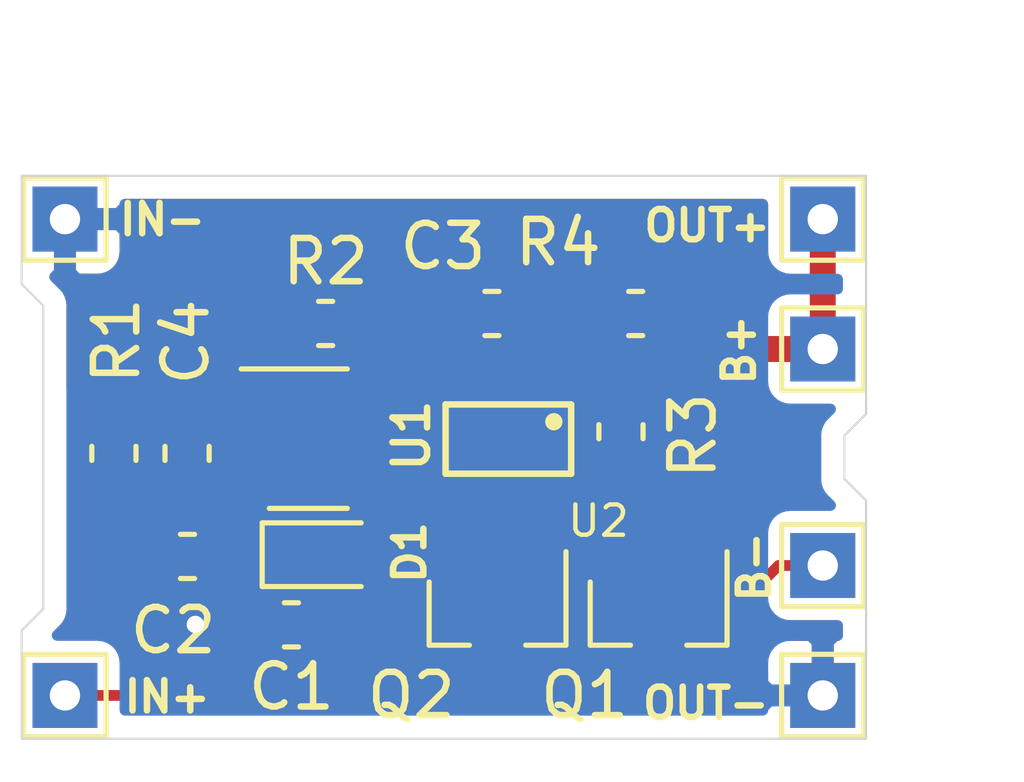
<source format=kicad_pcb>
(kicad_pcb (version 20171130) (host pcbnew "(5.1.6)-1")

  (general
    (thickness 1.6)
    (drawings 20)
    (tracks 76)
    (zones 0)
    (modules 20)
    (nets 14)
  )

  (page A4)
  (layers
    (0 F.Cu signal)
    (31 B.Cu signal)
    (32 B.Adhes user)
    (33 F.Adhes user)
    (34 B.Paste user)
    (35 F.Paste user)
    (36 B.SilkS user)
    (37 F.SilkS user)
    (38 B.Mask user)
    (39 F.Mask user)
    (40 Dwgs.User user)
    (41 Cmts.User user)
    (42 Eco1.User user)
    (43 Eco2.User user)
    (44 Edge.Cuts user)
    (45 Margin user)
    (46 B.CrtYd user)
    (47 F.CrtYd user)
    (48 B.Fab user hide)
    (49 F.Fab user hide)
  )

  (setup
    (last_trace_width 0.25)
    (trace_clearance 0.2)
    (zone_clearance 0.508)
    (zone_45_only no)
    (trace_min 0.2)
    (via_size 0.8)
    (via_drill 0.4)
    (via_min_size 0.4)
    (via_min_drill 0.3)
    (uvia_size 0.3)
    (uvia_drill 0.1)
    (uvias_allowed no)
    (uvia_min_size 0.2)
    (uvia_min_drill 0.1)
    (edge_width 0.05)
    (segment_width 0.2)
    (pcb_text_width 0.3)
    (pcb_text_size 1.5 1.5)
    (mod_edge_width 0.12)
    (mod_text_size 1 1)
    (mod_text_width 0.15)
    (pad_size 1.524 1.524)
    (pad_drill 0.762)
    (pad_to_mask_clearance 0.05)
    (aux_axis_origin 0 0)
    (visible_elements 7FFFFFFF)
    (pcbplotparams
      (layerselection 0x010fc_ffffffff)
      (usegerberextensions false)
      (usegerberattributes true)
      (usegerberadvancedattributes true)
      (creategerberjobfile true)
      (excludeedgelayer true)
      (linewidth 0.100000)
      (plotframeref false)
      (viasonmask false)
      (mode 1)
      (useauxorigin false)
      (hpglpennumber 1)
      (hpglpenspeed 20)
      (hpglpendiameter 15.000000)
      (psnegative false)
      (psa4output false)
      (plotreference true)
      (plotvalue true)
      (plotinvisibletext false)
      (padsonsilk false)
      (subtractmaskfromsilk false)
      (outputformat 1)
      (mirror false)
      (drillshape 1)
      (scaleselection 1)
      (outputdirectory ""))
  )

  (net 0 "")
  (net 1 GND)
  (net 2 /IN+)
  (net 3 /B+)
  (net 4 /B-)
  (net 5 "Net-(C3-Pad1)")
  (net 6 "Net-(D1-Pad1)")
  (net 7 "Net-(Q1-Pad3)")
  (net 8 "Net-(Q1-Pad2)")
  (net 9 "Net-(Q1-Pad1)")
  (net 10 "Net-(Q2-Pad1)")
  (net 11 "Net-(R1-Pad1)")
  (net 12 "Net-(R2-Pad2)")
  (net 13 "Net-(R3-Pad2)")

  (net_class Default "This is the default net class."
    (clearance 0.2)
    (trace_width 0.25)
    (via_dia 0.8)
    (via_drill 0.4)
    (uvia_dia 0.3)
    (uvia_drill 0.1)
    (add_net /B+)
    (add_net /B-)
    (add_net /IN+)
    (add_net GND)
    (add_net "Net-(C3-Pad1)")
    (add_net "Net-(D1-Pad1)")
    (add_net "Net-(Q1-Pad1)")
    (add_net "Net-(Q1-Pad2)")
    (add_net "Net-(Q1-Pad3)")
    (add_net "Net-(Q2-Pad1)")
    (add_net "Net-(R1-Pad1)")
    (add_net "Net-(R2-Pad2)")
    (add_net "Net-(R3-Pad2)")
  )

  (module MSS_Devices:logo-mr_solder_7.8x3.6mm (layer B.Cu) (tedit 0) (tstamp 5F4E1D78)
    (at 148.97 105.29 180)
    (fp_text reference G*** (at 0 0) (layer B.SilkS) hide
      (effects (font (size 1.524 1.524) (thickness 0.3)) (justify mirror))
    )
    (fp_text value LOGO (at 0.75 0) (layer B.SilkS) hide
      (effects (font (size 1.524 1.524) (thickness 0.3)) (justify mirror))
    )
    (fp_poly (pts (xy 2.806006 1.777236) (xy 2.985914 1.774067) (xy 3.129118 1.767179) (xy 3.24266 1.755258)
      (xy 3.333583 1.736989) (xy 3.408928 1.711059) (xy 3.475738 1.676153) (xy 3.541056 1.630956)
      (xy 3.593591 1.589276) (xy 3.719975 1.455557) (xy 3.805734 1.300473) (xy 3.852003 1.131587)
      (xy 3.859917 0.95646) (xy 3.830613 0.782653) (xy 3.765224 0.617727) (xy 3.664888 0.469244)
      (xy 3.530739 0.344765) (xy 3.394758 0.2652) (xy 3.3405 0.242414) (xy 3.285319 0.225341)
      (xy 3.219823 0.212719) (xy 3.134617 0.203283) (xy 3.020307 0.195773) (xy 2.8675 0.188925)
      (xy 2.811101 0.186748) (xy 2.633455 0.179065) (xy 2.501229 0.170274) (xy 2.409046 0.158889)
      (xy 2.351525 0.14342) (xy 2.323289 0.12238) (xy 2.31896 0.09428) (xy 2.33316 0.057632)
      (xy 2.334606 0.054899) (xy 2.347631 0.036877) (xy 2.369502 0.023492) (xy 2.407565 0.013829)
      (xy 2.469165 0.006969) (xy 2.561646 0.001997) (xy 2.692356 -0.002004) (xy 2.812619 -0.004763)
      (xy 3.01337 -0.011192) (xy 3.172046 -0.022621) (xy 3.29732 -0.041776) (xy 3.397865 -0.071383)
      (xy 3.482355 -0.114166) (xy 3.559463 -0.172852) (xy 3.637863 -0.250165) (xy 3.655972 -0.269754)
      (xy 3.719215 -0.343228) (xy 3.767922 -0.413354) (xy 3.80405 -0.48828) (xy 3.829553 -0.576157)
      (xy 3.84639 -0.685132) (xy 3.856516 -0.823356) (xy 3.861888 -0.998977) (xy 3.863739 -1.135187)
      (xy 3.864899 -1.309164) (xy 3.864125 -1.439823) (xy 3.860911 -1.53463) (xy 3.854748 -1.601046)
      (xy 3.845131 -1.646536) (xy 3.831553 -1.678562) (xy 3.826258 -1.687234) (xy 3.758235 -1.750311)
      (xy 3.672126 -1.775328) (xy 3.583451 -1.762317) (xy 3.507732 -1.711315) (xy 3.488453 -1.686488)
      (xy 3.471946 -1.654191) (xy 3.46056 -1.610524) (xy 3.453626 -1.547008) (xy 3.45048 -1.455164)
      (xy 3.450455 -1.326516) (xy 3.451785 -1.219869) (xy 3.452355 -1.021508) (xy 3.446637 -0.866937)
      (xy 3.433674 -0.749427) (xy 3.41251 -0.662247) (xy 3.382188 -0.598668) (xy 3.359247 -0.569101)
      (xy 3.319431 -0.527266) (xy 3.282197 -0.495892) (xy 3.239583 -0.473244) (xy 3.183624 -0.457588)
      (xy 3.106356 -0.44719) (xy 2.999813 -0.440315) (xy 2.856033 -0.43523) (xy 2.728736 -0.4318)
      (xy 2.239399 -0.4191) (xy 2.129349 -0.341772) (xy 2.01113 -0.231628) (xy 1.934055 -0.102319)
      (xy 1.896995 0.037834) (xy 1.898818 0.180513) (xy 1.938394 0.317397) (xy 2.014593 0.440168)
      (xy 2.126285 0.540504) (xy 2.25804 0.605378) (xy 2.319356 0.617076) (xy 2.423157 0.626232)
      (xy 2.561167 0.632354) (xy 2.725112 0.634946) (xy 2.753736 0.635) (xy 2.912968 0.635759)
      (xy 3.030396 0.638603) (xy 3.115003 0.644386) (xy 3.175771 0.653962) (xy 3.221682 0.668185)
      (xy 3.251596 0.682323) (xy 3.351918 0.763158) (xy 3.414743 0.874369) (xy 3.43526 1.007091)
      (xy 3.413346 1.133666) (xy 3.34949 1.23352) (xy 3.268869 1.296518) (xy 3.239654 1.312179)
      (xy 3.205403 1.32416) (xy 3.159303 1.332949) (xy 3.094538 1.339034) (xy 3.004293 1.342903)
      (xy 2.881755 1.345046) (xy 2.720108 1.345949) (xy 2.576684 1.346106) (xy 1.965669 1.3462)
      (xy 1.878909 1.282191) (xy 1.817574 1.231243) (xy 1.772783 1.184036) (xy 1.766024 1.174241)
      (xy 1.759224 1.137607) (xy 1.752724 1.052645) (xy 1.746604 0.921827) (xy 1.740943 0.747624)
      (xy 1.735819 0.532507) (xy 1.731313 0.278948) (xy 1.727503 -0.010582) (xy 1.7272 -0.0381)
      (xy 1.7145 -1.2065) (xy 1.64718 -1.3335) (xy 1.529265 -1.505097) (xy 1.377965 -1.642109)
      (xy 1.276887 -1.703379) (xy 1.148614 -1.747445) (xy 0.994791 -1.768092) (xy 0.834738 -1.76516)
      (xy 0.687781 -1.738489) (xy 0.6096 -1.708923) (xy 0.454604 -1.606795) (xy 0.319503 -1.467577)
      (xy 0.232901 -1.334963) (xy 0.1651 -1.2065) (xy 0.1524 -0.0381) (xy 0.149379 0.242622)
      (xy 0.146573 0.477104) (xy 0.143406 0.669901) (xy 0.139304 0.825566) (xy 0.133691 0.948655)
      (xy 0.125993 1.04372) (xy 0.115635 1.115318) (xy 0.102042 1.168001) (xy 0.084638 1.206324)
      (xy 0.06285 1.234841) (xy 0.036102 1.258106) (xy 0.003819 1.280674) (xy -0.015745 1.293919)
      (xy -0.077689 1.329025) (xy -0.141387 1.343447) (xy -0.229405 1.341841) (xy -0.242879 1.340775)
      (xy -0.33669 1.327526) (xy -0.402472 1.300646) (xy -0.462816 1.250738) (xy -0.465297 1.248269)
      (xy -0.5461 1.167507) (xy -0.559834 0.005904) (xy -0.563196 -0.268941) (xy -0.566364 -0.497791)
      (xy -0.569578 -0.68545) (xy -0.57308 -0.836721) (xy -0.577109 -0.956408) (xy -0.581907 -1.049313)
      (xy -0.587715 -1.120241) (xy -0.594774 -1.173995) (xy -0.603324 -1.215379) (xy -0.613606 -1.249195)
      (xy -0.624117 -1.276125) (xy -0.721462 -1.446754) (xy -0.855928 -1.592793) (xy -0.993079 -1.689306)
      (xy -1.065526 -1.726607) (xy -1.128872 -1.749278) (xy -1.200254 -1.760876) (xy -1.296807 -1.764961)
      (xy -1.3589 -1.7653) (xy -1.474276 -1.763593) (xy -1.555993 -1.75612) (xy -1.621145 -1.739347)
      (xy -1.686824 -1.709744) (xy -1.723528 -1.689956) (xy -1.870786 -1.5861) (xy -1.994955 -1.454994)
      (xy -2.083717 -1.310276) (xy -2.098417 -1.274941) (xy -2.109192 -1.241768) (xy -2.118288 -1.20126)
      (xy -2.125923 -1.148672) (xy -2.132317 -1.079258) (xy -2.137689 -0.988273) (xy -2.142258 -0.87097)
      (xy -2.146243 -0.722605) (xy -2.149864 -0.538432) (xy -2.15334 -0.313706) (xy -2.156889 -0.04368)
      (xy -2.157475 0.003729) (xy -2.160906 0.276893) (xy -2.164053 0.503812) (xy -2.16716 0.689039)
      (xy -2.17047 0.837124) (xy -2.174226 0.952621) (xy -2.178672 1.040082) (xy -2.184051 1.104058)
      (xy -2.190605 1.149103) (xy -2.19858 1.179767) (xy -2.208217 1.200604) (xy -2.21976 1.216166)
      (xy -2.222441 1.219179) (xy -2.32609 1.299871) (xy -2.446139 1.340125) (xy -2.571062 1.340638)
      (xy -2.689336 1.30211) (xy -2.789434 1.225238) (xy -2.822538 1.18281) (xy -2.831184 1.160658)
      (xy -2.838629 1.119484) (xy -2.84503 1.055321) (xy -2.85054 0.964203) (xy -2.855316 0.842162)
      (xy -2.859511 0.685233) (xy -2.86328 0.48945) (xy -2.866779 0.250844) (xy -2.870162 -0.034549)
      (xy -2.8702 -0.0381) (xy -2.873237 -0.312194) (xy -2.876026 -0.540249) (xy -2.878825 -0.727023)
      (xy -2.881894 -0.877275) (xy -2.88549 -0.995761) (xy -2.889873 -1.087241) (xy -2.895301 -1.156473)
      (xy -2.902033 -1.208214) (xy -2.910327 -1.247224) (xy -2.920443 -1.278259) (xy -2.932638 -1.306079)
      (xy -2.939925 -1.320931) (xy -3.046709 -1.484161) (xy -3.185395 -1.616771) (xy -3.347398 -1.712747)
      (xy -3.524135 -1.766072) (xy -3.585613 -1.773386) (xy -3.67235 -1.776794) (xy -3.727656 -1.768006)
      (xy -3.770374 -1.742103) (xy -3.79553 -1.718579) (xy -3.850837 -1.634411) (xy -3.861161 -1.546638)
      (xy -3.83056 -1.464903) (xy -3.763095 -1.398849) (xy -3.662825 -1.358118) (xy -3.642193 -1.35431)
      (xy -3.497527 -1.313697) (xy -3.393305 -1.242932) (xy -3.35939 -1.2008) (xy -3.348739 -1.180948)
      (xy -3.339785 -1.153638) (xy -3.332315 -1.114306) (xy -3.326115 -1.058392) (xy -3.32097 -0.981331)
      (xy -3.316668 -0.878562) (xy -3.312994 -0.745523) (xy -3.309735 -0.577651) (xy -3.306677 -0.370384)
      (xy -3.303606 -0.11916) (xy -3.302 0.024222) (xy -3.298927 0.297256) (xy -3.296071 0.524301)
      (xy -3.293179 0.710168) (xy -3.289994 0.859664) (xy -3.286263 0.977599) (xy -3.28173 1.068782)
      (xy -3.276142 1.138023) (xy -3.269242 1.190131) (xy -3.260776 1.229914) (xy -3.25049 1.262183)
      (xy -3.238128 1.291747) (xy -3.234414 1.299863) (xy -3.128246 1.473772) (xy -2.989544 1.611582)
      (xy -2.823585 1.709569) (xy -2.635647 1.764009) (xy -2.565037 1.772131) (xy -2.366661 1.762147)
      (xy -2.182113 1.705582) (xy -2.018206 1.606093) (xy -1.881757 1.467336) (xy -1.81861 1.3716)
      (xy -1.7399 1.2319) (xy -1.7272 0.0635) (xy -1.723538 -0.236308) (xy -1.719541 -0.488268)
      (xy -1.715101 -0.695332) (xy -1.710114 -0.860451) (xy -1.704474 -0.986577) (xy -1.698074 -1.076661)
      (xy -1.690809 -1.133655) (xy -1.683323 -1.15931) (xy -1.643615 -1.21094) (xy -1.58466 -1.270093)
      (xy -1.570238 -1.282641) (xy -1.516671 -1.322247) (xy -1.46537 -1.340981) (xy -1.395811 -1.344074)
      (xy -1.341413 -1.340935) (xy -1.209456 -1.31483) (xy -1.1095 -1.254329) (xy -1.032718 -1.1557)
      (xy -1.024701 -1.122248) (xy -1.017514 -1.049839) (xy -1.011091 -0.936594) (xy -1.005367 -0.780637)
      (xy -1.000279 -0.580091) (xy -0.995761 -0.33308) (xy -0.991747 -0.037727) (xy -0.9906 0.0635)
      (xy -0.987559 0.337659) (xy -0.984759 0.565741) (xy -0.981947 0.752466) (xy -0.978869 0.902556)
      (xy -0.975272 1.02073) (xy -0.970902 1.111709) (xy -0.965504 1.180215) (xy -0.958825 1.230968)
      (xy -0.95061 1.268687) (xy -0.940607 1.298094) (xy -0.928562 1.32391) (xy -0.922167 1.336062)
      (xy -0.808343 1.501432) (xy -0.669314 1.627757) (xy -0.511863 1.715214) (xy -0.342772 1.763979)
      (xy -0.168823 1.77423) (xy 0.003204 1.746144) (xy 0.166525 1.679897) (xy 0.314358 1.575667)
      (xy 0.439923 1.43363) (xy 0.517211 1.29851) (xy 0.530045 1.269044) (xy 0.540759 1.237906)
      (xy 0.549605 1.200286) (xy 0.556836 1.151379) (xy 0.562706 1.086375) (xy 0.567467 1.000468)
      (xy 0.571372 0.88885) (xy 0.574675 0.746713) (xy 0.577628 0.56925) (xy 0.580484 0.351653)
      (xy 0.583497 0.089114) (xy 0.5842 0.0254) (xy 0.587715 -0.26435) (xy 0.591443 -0.506976)
      (xy 0.595523 -0.706151) (xy 0.600093 -0.865551) (xy 0.605294 -0.98885) (xy 0.611264 -1.079723)
      (xy 0.618143 -1.141844) (xy 0.626071 -1.178889) (xy 0.630271 -1.188809) (xy 0.704726 -1.271839)
      (xy 0.807865 -1.324881) (xy 0.925611 -1.345373) (xy 1.043889 -1.330755) (xy 1.14369 -1.28219)
      (xy 1.205025 -1.231242) (xy 1.249816 -1.184035) (xy 1.256575 -1.17424) (xy 1.263401 -1.137572)
      (xy 1.269928 -1.052626) (xy 1.276073 -0.92192) (xy 1.281755 -0.747976) (xy 1.286892 -0.533314)
      (xy 1.291404 -0.280454) (xy 1.295207 0.008084) (xy 1.2954 0.0254) (xy 1.298435 0.297648)
      (xy 1.3012 0.523955) (xy 1.303972 0.709174) (xy 1.307025 0.858163) (xy 1.310635 0.975776)
      (xy 1.315078 1.066868) (xy 1.320629 1.136295) (xy 1.327564 1.188912) (xy 1.336159 1.229575)
      (xy 1.346689 1.263138) (xy 1.359429 1.294457) (xy 1.368597 1.314961) (xy 1.442914 1.437064)
      (xy 1.548232 1.555629) (xy 1.669826 1.65687) (xy 1.792967 1.727005) (xy 1.819722 1.737206)
      (xy 1.867287 1.750395) (xy 1.927368 1.760532) (xy 2.006656 1.767975) (xy 2.111841 1.773081)
      (xy 2.249614 1.77621) (xy 2.426665 1.777717) (xy 2.582352 1.778001) (xy 2.806006 1.777236)) (layer B.Mask) (width 0.01))
  )

  (module TestPoint:TestPoint_THTPad_1.5x1.5mm_Drill0.7mm (layer F.Cu) (tedit 5A0F774F) (tstamp 5F4DA8C7)
    (at 158 114)
    (descr "THT rectangular pad as test Point, square 1.5mm side length, hole diameter 0.7mm")
    (tags "test point THT pad rectangle square")
    (path /5F4E06D9)
    (attr virtual)
    (fp_text reference J6 (at 0 -1.648) (layer F.SilkS) hide
      (effects (font (size 1 1) (thickness 0.15)))
    )
    (fp_text value OUT- (at 0 1.75) (layer F.Fab)
      (effects (font (size 1 1) (thickness 0.15)))
    )
    (fp_line (start 1.25 1.25) (end -1.25 1.25) (layer F.CrtYd) (width 0.05))
    (fp_line (start 1.25 1.25) (end 1.25 -1.25) (layer F.CrtYd) (width 0.05))
    (fp_line (start -1.25 -1.25) (end -1.25 1.25) (layer F.CrtYd) (width 0.05))
    (fp_line (start -1.25 -1.25) (end 1.25 -1.25) (layer F.CrtYd) (width 0.05))
    (fp_line (start -0.95 0.95) (end -0.95 -0.95) (layer F.SilkS) (width 0.12))
    (fp_line (start 0.95 0.95) (end -0.95 0.95) (layer F.SilkS) (width 0.12))
    (fp_line (start 0.95 -0.95) (end 0.95 0.95) (layer F.SilkS) (width 0.12))
    (fp_line (start -0.95 -0.95) (end 0.95 -0.95) (layer F.SilkS) (width 0.12))
    (fp_text user %R (at 0 -1.65) (layer F.Fab)
      (effects (font (size 1 1) (thickness 0.15)))
    )
    (pad 1 thru_hole rect (at 0 0) (size 1.5 1.5) (drill 0.7) (layers *.Cu *.Mask)
      (net 1 GND))
  )

  (module TestPoint:TestPoint_THTPad_1.5x1.5mm_Drill0.7mm (layer F.Cu) (tedit 5A0F774F) (tstamp 5F4DAF1C)
    (at 158 111)
    (descr "THT rectangular pad as test Point, square 1.5mm side length, hole diameter 0.7mm")
    (tags "test point THT pad rectangle square")
    (path /5F4DF38D)
    (attr virtual)
    (fp_text reference J5 (at 0 -1.648) (layer F.SilkS) hide
      (effects (font (size 1 1) (thickness 0.15)))
    )
    (fp_text value B- (at 0 1.75) (layer F.Fab)
      (effects (font (size 1 1) (thickness 0.15)))
    )
    (fp_line (start 1.25 1.25) (end -1.25 1.25) (layer F.CrtYd) (width 0.05))
    (fp_line (start 1.25 1.25) (end 1.25 -1.25) (layer F.CrtYd) (width 0.05))
    (fp_line (start -1.25 -1.25) (end -1.25 1.25) (layer F.CrtYd) (width 0.05))
    (fp_line (start -1.25 -1.25) (end 1.25 -1.25) (layer F.CrtYd) (width 0.05))
    (fp_line (start -0.95 0.95) (end -0.95 -0.95) (layer F.SilkS) (width 0.12))
    (fp_line (start 0.95 0.95) (end -0.95 0.95) (layer F.SilkS) (width 0.12))
    (fp_line (start 0.95 -0.95) (end 0.95 0.95) (layer F.SilkS) (width 0.12))
    (fp_line (start -0.95 -0.95) (end 0.95 -0.95) (layer F.SilkS) (width 0.12))
    (fp_text user %R (at 0 -1.65) (layer F.Fab)
      (effects (font (size 1 1) (thickness 0.15)))
    )
    (pad 1 thru_hole rect (at 0 0) (size 1.5 1.5) (drill 0.7) (layers *.Cu *.Mask)
      (net 4 /B-))
  )

  (module TestPoint:TestPoint_THTPad_1.5x1.5mm_Drill0.7mm (layer F.Cu) (tedit 5A0F774F) (tstamp 5F4DA8AB)
    (at 158 103)
    (descr "THT rectangular pad as test Point, square 1.5mm side length, hole diameter 0.7mm")
    (tags "test point THT pad rectangle square")
    (path /5F4DE4D2)
    (attr virtual)
    (fp_text reference J4 (at 0 -1.648) (layer F.SilkS) hide
      (effects (font (size 1 1) (thickness 0.15)))
    )
    (fp_text value B+ (at 0 1.75) (layer F.Fab)
      (effects (font (size 1 1) (thickness 0.15)))
    )
    (fp_line (start 1.25 1.25) (end -1.25 1.25) (layer F.CrtYd) (width 0.05))
    (fp_line (start 1.25 1.25) (end 1.25 -1.25) (layer F.CrtYd) (width 0.05))
    (fp_line (start -1.25 -1.25) (end -1.25 1.25) (layer F.CrtYd) (width 0.05))
    (fp_line (start -1.25 -1.25) (end 1.25 -1.25) (layer F.CrtYd) (width 0.05))
    (fp_line (start -0.95 0.95) (end -0.95 -0.95) (layer F.SilkS) (width 0.12))
    (fp_line (start 0.95 0.95) (end -0.95 0.95) (layer F.SilkS) (width 0.12))
    (fp_line (start 0.95 -0.95) (end 0.95 0.95) (layer F.SilkS) (width 0.12))
    (fp_line (start -0.95 -0.95) (end 0.95 -0.95) (layer F.SilkS) (width 0.12))
    (fp_text user %R (at 0 -1.65) (layer F.Fab)
      (effects (font (size 1 1) (thickness 0.15)))
    )
    (pad 1 thru_hole rect (at 0 0) (size 1.5 1.5) (drill 0.7) (layers *.Cu *.Mask)
      (net 3 /B+))
  )

  (module TestPoint:TestPoint_THTPad_1.5x1.5mm_Drill0.7mm (layer F.Cu) (tedit 5A0F774F) (tstamp 5F4DAEAF)
    (at 158 106)
    (descr "THT rectangular pad as test Point, square 1.5mm side length, hole diameter 0.7mm")
    (tags "test point THT pad rectangle square")
    (path /5F4DC6C5)
    (attr virtual)
    (fp_text reference J3 (at 0 -1.648) (layer F.SilkS) hide
      (effects (font (size 1 1) (thickness 0.15)))
    )
    (fp_text value OUT+ (at 0 1.75) (layer F.Fab)
      (effects (font (size 1 1) (thickness 0.15)))
    )
    (fp_line (start 1.25 1.25) (end -1.25 1.25) (layer F.CrtYd) (width 0.05))
    (fp_line (start 1.25 1.25) (end 1.25 -1.25) (layer F.CrtYd) (width 0.05))
    (fp_line (start -1.25 -1.25) (end -1.25 1.25) (layer F.CrtYd) (width 0.05))
    (fp_line (start -1.25 -1.25) (end 1.25 -1.25) (layer F.CrtYd) (width 0.05))
    (fp_line (start -0.95 0.95) (end -0.95 -0.95) (layer F.SilkS) (width 0.12))
    (fp_line (start 0.95 0.95) (end -0.95 0.95) (layer F.SilkS) (width 0.12))
    (fp_line (start 0.95 -0.95) (end 0.95 0.95) (layer F.SilkS) (width 0.12))
    (fp_line (start -0.95 -0.95) (end 0.95 -0.95) (layer F.SilkS) (width 0.12))
    (fp_text user %R (at 0 -1.65) (layer F.Fab)
      (effects (font (size 1 1) (thickness 0.15)))
    )
    (pad 1 thru_hole rect (at 0 0) (size 1.5 1.5) (drill 0.7) (layers *.Cu *.Mask)
      (net 3 /B+))
  )

  (module TestPoint:TestPoint_THTPad_1.5x1.5mm_Drill0.7mm (layer F.Cu) (tedit 5A0F774F) (tstamp 5F4DA88F)
    (at 140.5 103)
    (descr "THT rectangular pad as test Point, square 1.5mm side length, hole diameter 0.7mm")
    (tags "test point THT pad rectangle square")
    (path /5F4E3B16)
    (attr virtual)
    (fp_text reference J2 (at 0 -1.648) (layer F.SilkS) hide
      (effects (font (size 1 1) (thickness 0.15)))
    )
    (fp_text value IN- (at 0 1.75) (layer F.Fab)
      (effects (font (size 1 1) (thickness 0.15)))
    )
    (fp_line (start 1.25 1.25) (end -1.25 1.25) (layer F.CrtYd) (width 0.05))
    (fp_line (start 1.25 1.25) (end 1.25 -1.25) (layer F.CrtYd) (width 0.05))
    (fp_line (start -1.25 -1.25) (end -1.25 1.25) (layer F.CrtYd) (width 0.05))
    (fp_line (start -1.25 -1.25) (end 1.25 -1.25) (layer F.CrtYd) (width 0.05))
    (fp_line (start -0.95 0.95) (end -0.95 -0.95) (layer F.SilkS) (width 0.12))
    (fp_line (start 0.95 0.95) (end -0.95 0.95) (layer F.SilkS) (width 0.12))
    (fp_line (start 0.95 -0.95) (end 0.95 0.95) (layer F.SilkS) (width 0.12))
    (fp_line (start -0.95 -0.95) (end 0.95 -0.95) (layer F.SilkS) (width 0.12))
    (fp_text user %R (at 0 -1.65) (layer F.Fab)
      (effects (font (size 1 1) (thickness 0.15)))
    )
    (pad 1 thru_hole rect (at 0 0) (size 1.5 1.5) (drill 0.7) (layers *.Cu *.Mask)
      (net 1 GND))
  )

  (module TestPoint:TestPoint_THTPad_1.5x1.5mm_Drill0.7mm (layer F.Cu) (tedit 5A0F774F) (tstamp 5F4DA881)
    (at 140.5 114)
    (descr "THT rectangular pad as test Point, square 1.5mm side length, hole diameter 0.7mm")
    (tags "test point THT pad rectangle square")
    (path /5F4DAD06)
    (attr virtual)
    (fp_text reference J1 (at 0 -1.648) (layer F.SilkS) hide
      (effects (font (size 1 1) (thickness 0.15)))
    )
    (fp_text value IN+ (at 0 1.75) (layer F.Fab)
      (effects (font (size 1 1) (thickness 0.15)))
    )
    (fp_line (start 1.25 1.25) (end -1.25 1.25) (layer F.CrtYd) (width 0.05))
    (fp_line (start 1.25 1.25) (end 1.25 -1.25) (layer F.CrtYd) (width 0.05))
    (fp_line (start -1.25 -1.25) (end -1.25 1.25) (layer F.CrtYd) (width 0.05))
    (fp_line (start -1.25 -1.25) (end 1.25 -1.25) (layer F.CrtYd) (width 0.05))
    (fp_line (start -0.95 0.95) (end -0.95 -0.95) (layer F.SilkS) (width 0.12))
    (fp_line (start 0.95 0.95) (end -0.95 0.95) (layer F.SilkS) (width 0.12))
    (fp_line (start 0.95 -0.95) (end 0.95 0.95) (layer F.SilkS) (width 0.12))
    (fp_line (start -0.95 -0.95) (end 0.95 -0.95) (layer F.SilkS) (width 0.12))
    (fp_text user %R (at 0 -1.65) (layer F.Fab)
      (effects (font (size 1 1) (thickness 0.15)))
    )
    (pad 1 thru_hole rect (at 0 0) (size 1.5 1.5) (drill 0.7) (layers *.Cu *.Mask)
      (net 2 /IN+))
  )

  (module MSS_Devices:SOT25 (layer F.Cu) (tedit 57E1BE70) (tstamp 5F4AE8F4)
    (at 150.74 108.08 180)
    (path /5F4AB55B)
    (attr smd)
    (fp_text reference U2 (at -2.08 -1.89) (layer F.SilkS)
      (effects (font (size 0.7 0.7) (thickness 0.1)))
    )
    (fp_text value AP9101C (at 0 0) (layer F.SilkS) hide
      (effects (font (size 0.4 0.5) (thickness 0.1)))
    )
    (fp_line (start -1.45 0.8) (end -1.45 -0.8) (layer F.SilkS) (width 0.15))
    (fp_line (start 1.45 0.8) (end -1.45 0.8) (layer F.SilkS) (width 0.15))
    (fp_line (start 1.45 -0.8) (end 1.45 0.8) (layer F.SilkS) (width 0.15))
    (fp_line (start -1.45 -0.8) (end 1.45 -0.8) (layer F.SilkS) (width 0.15))
    (fp_circle (center -1.05 0.4) (end -0.95 0.4) (layer F.SilkS) (width 0.2))
    (pad 5 smd rect (at -0.95 -1.2 180) (size 0.55 0.8) (layers F.Cu F.Paste F.Mask)
      (net 9 "Net-(Q1-Pad1)"))
    (pad 4 smd rect (at 0.95 -1.2 180) (size 0.55 0.8) (layers F.Cu F.Paste F.Mask)
      (net 10 "Net-(Q2-Pad1)"))
    (pad 3 smd rect (at 0.95 1.2 180) (size 0.55 0.8) (layers F.Cu F.Paste F.Mask)
      (net 4 /B-))
    (pad 2 smd rect (at 0 1.2 180) (size 0.55 0.8) (layers F.Cu F.Paste F.Mask)
      (net 5 "Net-(C3-Pad1)"))
    (pad 1 smd rect (at -0.95 1.2 180) (size 0.55 0.8) (layers F.Cu F.Paste F.Mask)
      (net 13 "Net-(R3-Pad2)"))
    (model ${KISYS3DMOD}/Package_TO_SOT_SMD.3dshapes/SOT-23-5.step
      (at (xyz 0 0 0))
      (scale (xyz 1 1 1))
      (rotate (xyz 0 0 -90))
    )
  )

  (module Package_TO_SOT_SMD:SOT-23-5 (layer F.Cu) (tedit 5A02FF57) (tstamp 5F4AE8E6)
    (at 146.12 108.07)
    (descr "5-pin SOT23 package")
    (tags SOT-23-5)
    (path /5F4A97F6)
    (attr smd)
    (fp_text reference U1 (at 2.38 -0.07 90) (layer F.SilkS)
      (effects (font (size 0.8 0.8) (thickness 0.15)))
    )
    (fp_text value MCP73831-2 (at 0 2.9) (layer F.Fab)
      (effects (font (size 1 1) (thickness 0.15)))
    )
    (fp_line (start -0.9 1.61) (end 0.9 1.61) (layer F.SilkS) (width 0.12))
    (fp_line (start 0.9 -1.61) (end -1.55 -1.61) (layer F.SilkS) (width 0.12))
    (fp_line (start -1.9 -1.8) (end 1.9 -1.8) (layer F.CrtYd) (width 0.05))
    (fp_line (start 1.9 -1.8) (end 1.9 1.8) (layer F.CrtYd) (width 0.05))
    (fp_line (start 1.9 1.8) (end -1.9 1.8) (layer F.CrtYd) (width 0.05))
    (fp_line (start -1.9 1.8) (end -1.9 -1.8) (layer F.CrtYd) (width 0.05))
    (fp_line (start -0.9 -0.9) (end -0.25 -1.55) (layer F.Fab) (width 0.1))
    (fp_line (start 0.9 -1.55) (end -0.25 -1.55) (layer F.Fab) (width 0.1))
    (fp_line (start -0.9 -0.9) (end -0.9 1.55) (layer F.Fab) (width 0.1))
    (fp_line (start 0.9 1.55) (end -0.9 1.55) (layer F.Fab) (width 0.1))
    (fp_line (start 0.9 -1.55) (end 0.9 1.55) (layer F.Fab) (width 0.1))
    (fp_text user %R (at 0 0 90) (layer F.Fab)
      (effects (font (size 0.5 0.5) (thickness 0.075)))
    )
    (pad 5 smd rect (at 1.1 -0.95) (size 1.06 0.65) (layers F.Cu F.Paste F.Mask)
      (net 12 "Net-(R2-Pad2)"))
    (pad 4 smd rect (at 1.1 0.95) (size 1.06 0.65) (layers F.Cu F.Paste F.Mask)
      (net 2 /IN+))
    (pad 3 smd rect (at -1.1 0.95) (size 1.06 0.65) (layers F.Cu F.Paste F.Mask)
      (net 3 /B+))
    (pad 2 smd rect (at -1.1 0) (size 1.06 0.65) (layers F.Cu F.Paste F.Mask)
      (net 1 GND))
    (pad 1 smd rect (at -1.1 -0.95) (size 1.06 0.65) (layers F.Cu F.Paste F.Mask)
      (net 11 "Net-(R1-Pad1)"))
    (model ${KISYS3DMOD}/Package_TO_SOT_SMD.3dshapes/SOT-23-5.wrl
      (at (xyz 0 0 0))
      (scale (xyz 1 1 1))
      (rotate (xyz 0 0 0))
    )
  )

  (module Resistor_SMD:R_0603_1608Metric (layer F.Cu) (tedit 5B301BBD) (tstamp 5F4AE8D1)
    (at 153.68 105.18)
    (descr "Resistor SMD 0603 (1608 Metric), square (rectangular) end terminal, IPC_7351 nominal, (Body size source: http://www.tortai-tech.com/upload/download/2011102023233369053.pdf), generated with kicad-footprint-generator")
    (tags resistor)
    (path /5F4AC283)
    (attr smd)
    (fp_text reference R4 (at -1.79 -1.64) (layer F.SilkS)
      (effects (font (size 1 1) (thickness 0.15)))
    )
    (fp_text value 330 (at 0 1.43) (layer F.Fab)
      (effects (font (size 1 1) (thickness 0.15)))
    )
    (fp_line (start -0.8 0.4) (end -0.8 -0.4) (layer F.Fab) (width 0.1))
    (fp_line (start -0.8 -0.4) (end 0.8 -0.4) (layer F.Fab) (width 0.1))
    (fp_line (start 0.8 -0.4) (end 0.8 0.4) (layer F.Fab) (width 0.1))
    (fp_line (start 0.8 0.4) (end -0.8 0.4) (layer F.Fab) (width 0.1))
    (fp_line (start -0.162779 -0.51) (end 0.162779 -0.51) (layer F.SilkS) (width 0.12))
    (fp_line (start -0.162779 0.51) (end 0.162779 0.51) (layer F.SilkS) (width 0.12))
    (fp_line (start -1.48 0.73) (end -1.48 -0.73) (layer F.CrtYd) (width 0.05))
    (fp_line (start -1.48 -0.73) (end 1.48 -0.73) (layer F.CrtYd) (width 0.05))
    (fp_line (start 1.48 -0.73) (end 1.48 0.73) (layer F.CrtYd) (width 0.05))
    (fp_line (start 1.48 0.73) (end -1.48 0.73) (layer F.CrtYd) (width 0.05))
    (fp_text user %R (at 0 0) (layer F.Fab)
      (effects (font (size 0.4 0.4) (thickness 0.06)))
    )
    (pad 2 smd roundrect (at 0.7875 0) (size 0.875 0.95) (layers F.Cu F.Paste F.Mask) (roundrect_rratio 0.25)
      (net 3 /B+))
    (pad 1 smd roundrect (at -0.7875 0) (size 0.875 0.95) (layers F.Cu F.Paste F.Mask) (roundrect_rratio 0.25)
      (net 5 "Net-(C3-Pad1)"))
    (model ${KISYS3DMOD}/Resistor_SMD.3dshapes/R_0603_1608Metric.wrl
      (at (xyz 0 0 0))
      (scale (xyz 1 1 1))
      (rotate (xyz 0 0 0))
    )
  )

  (module Resistor_SMD:R_0603_1608Metric (layer F.Cu) (tedit 5B301BBD) (tstamp 5F4AE8C0)
    (at 153.34 107.91 90)
    (descr "Resistor SMD 0603 (1608 Metric), square (rectangular) end terminal, IPC_7351 nominal, (Body size source: http://www.tortai-tech.com/upload/download/2011102023233369053.pdf), generated with kicad-footprint-generator")
    (tags resistor)
    (path /5F4B294F)
    (attr smd)
    (fp_text reference R3 (at -0.09 1.66 90) (layer F.SilkS)
      (effects (font (size 1 1) (thickness 0.15)))
    )
    (fp_text value 2.7K (at 0 1.43 90) (layer F.Fab)
      (effects (font (size 1 1) (thickness 0.15)))
    )
    (fp_line (start -0.8 0.4) (end -0.8 -0.4) (layer F.Fab) (width 0.1))
    (fp_line (start -0.8 -0.4) (end 0.8 -0.4) (layer F.Fab) (width 0.1))
    (fp_line (start 0.8 -0.4) (end 0.8 0.4) (layer F.Fab) (width 0.1))
    (fp_line (start 0.8 0.4) (end -0.8 0.4) (layer F.Fab) (width 0.1))
    (fp_line (start -0.162779 -0.51) (end 0.162779 -0.51) (layer F.SilkS) (width 0.12))
    (fp_line (start -0.162779 0.51) (end 0.162779 0.51) (layer F.SilkS) (width 0.12))
    (fp_line (start -1.48 0.73) (end -1.48 -0.73) (layer F.CrtYd) (width 0.05))
    (fp_line (start -1.48 -0.73) (end 1.48 -0.73) (layer F.CrtYd) (width 0.05))
    (fp_line (start 1.48 -0.73) (end 1.48 0.73) (layer F.CrtYd) (width 0.05))
    (fp_line (start 1.48 0.73) (end -1.48 0.73) (layer F.CrtYd) (width 0.05))
    (fp_text user %R (at 0 0 90) (layer F.Fab)
      (effects (font (size 0.4 0.4) (thickness 0.06)))
    )
    (pad 2 smd roundrect (at 0.7875 0 90) (size 0.875 0.95) (layers F.Cu F.Paste F.Mask) (roundrect_rratio 0.25)
      (net 13 "Net-(R3-Pad2)"))
    (pad 1 smd roundrect (at -0.7875 0 90) (size 0.875 0.95) (layers F.Cu F.Paste F.Mask) (roundrect_rratio 0.25)
      (net 7 "Net-(Q1-Pad3)"))
    (model ${KISYS3DMOD}/Resistor_SMD.3dshapes/R_0603_1608Metric.wrl
      (at (xyz 0 0 0))
      (scale (xyz 1 1 1))
      (rotate (xyz 0 0 0))
    )
  )

  (module Resistor_SMD:R_0603_1608Metric (layer F.Cu) (tedit 5B301BBD) (tstamp 5F4AE8AF)
    (at 146.52 105.41)
    (descr "Resistor SMD 0603 (1608 Metric), square (rectangular) end terminal, IPC_7351 nominal, (Body size source: http://www.tortai-tech.com/upload/download/2011102023233369053.pdf), generated with kicad-footprint-generator")
    (tags resistor)
    (path /5F4BCFDC)
    (attr smd)
    (fp_text reference R2 (at 0 -1.43) (layer F.SilkS)
      (effects (font (size 1 1) (thickness 0.15)))
    )
    (fp_text value 2K (at 0 1.43) (layer F.Fab)
      (effects (font (size 1 1) (thickness 0.15)))
    )
    (fp_line (start -0.8 0.4) (end -0.8 -0.4) (layer F.Fab) (width 0.1))
    (fp_line (start -0.8 -0.4) (end 0.8 -0.4) (layer F.Fab) (width 0.1))
    (fp_line (start 0.8 -0.4) (end 0.8 0.4) (layer F.Fab) (width 0.1))
    (fp_line (start 0.8 0.4) (end -0.8 0.4) (layer F.Fab) (width 0.1))
    (fp_line (start -0.162779 -0.51) (end 0.162779 -0.51) (layer F.SilkS) (width 0.12))
    (fp_line (start -0.162779 0.51) (end 0.162779 0.51) (layer F.SilkS) (width 0.12))
    (fp_line (start -1.48 0.73) (end -1.48 -0.73) (layer F.CrtYd) (width 0.05))
    (fp_line (start -1.48 -0.73) (end 1.48 -0.73) (layer F.CrtYd) (width 0.05))
    (fp_line (start 1.48 -0.73) (end 1.48 0.73) (layer F.CrtYd) (width 0.05))
    (fp_line (start 1.48 0.73) (end -1.48 0.73) (layer F.CrtYd) (width 0.05))
    (fp_text user %R (at 0 0) (layer F.Fab)
      (effects (font (size 0.4 0.4) (thickness 0.06)))
    )
    (pad 2 smd roundrect (at 0.7875 0) (size 0.875 0.95) (layers F.Cu F.Paste F.Mask) (roundrect_rratio 0.25)
      (net 12 "Net-(R2-Pad2)"))
    (pad 1 smd roundrect (at -0.7875 0) (size 0.875 0.95) (layers F.Cu F.Paste F.Mask) (roundrect_rratio 0.25)
      (net 1 GND))
    (model ${KISYS3DMOD}/Resistor_SMD.3dshapes/R_0603_1608Metric.wrl
      (at (xyz 0 0 0))
      (scale (xyz 1 1 1))
      (rotate (xyz 0 0 0))
    )
  )

  (module Resistor_SMD:R_0603_1608Metric (layer F.Cu) (tedit 5B301BBD) (tstamp 5F4AE89E)
    (at 141.63 108.41 270)
    (descr "Resistor SMD 0603 (1608 Metric), square (rectangular) end terminal, IPC_7351 nominal, (Body size source: http://www.tortai-tech.com/upload/download/2011102023233369053.pdf), generated with kicad-footprint-generator")
    (tags resistor)
    (path /5F4C02C1)
    (attr smd)
    (fp_text reference R1 (at -2.6 -0.06 90) (layer F.SilkS)
      (effects (font (size 1 1) (thickness 0.15)))
    )
    (fp_text value 470 (at 0 1.43 90) (layer F.Fab)
      (effects (font (size 1 1) (thickness 0.15)))
    )
    (fp_line (start -0.8 0.4) (end -0.8 -0.4) (layer F.Fab) (width 0.1))
    (fp_line (start -0.8 -0.4) (end 0.8 -0.4) (layer F.Fab) (width 0.1))
    (fp_line (start 0.8 -0.4) (end 0.8 0.4) (layer F.Fab) (width 0.1))
    (fp_line (start 0.8 0.4) (end -0.8 0.4) (layer F.Fab) (width 0.1))
    (fp_line (start -0.162779 -0.51) (end 0.162779 -0.51) (layer F.SilkS) (width 0.12))
    (fp_line (start -0.162779 0.51) (end 0.162779 0.51) (layer F.SilkS) (width 0.12))
    (fp_line (start -1.48 0.73) (end -1.48 -0.73) (layer F.CrtYd) (width 0.05))
    (fp_line (start -1.48 -0.73) (end 1.48 -0.73) (layer F.CrtYd) (width 0.05))
    (fp_line (start 1.48 -0.73) (end 1.48 0.73) (layer F.CrtYd) (width 0.05))
    (fp_line (start 1.48 0.73) (end -1.48 0.73) (layer F.CrtYd) (width 0.05))
    (fp_text user %R (at 0 0 90) (layer F.Fab)
      (effects (font (size 0.4 0.4) (thickness 0.06)))
    )
    (pad 2 smd roundrect (at 0.7875 0 270) (size 0.875 0.95) (layers F.Cu F.Paste F.Mask) (roundrect_rratio 0.25)
      (net 6 "Net-(D1-Pad1)"))
    (pad 1 smd roundrect (at -0.7875 0 270) (size 0.875 0.95) (layers F.Cu F.Paste F.Mask) (roundrect_rratio 0.25)
      (net 11 "Net-(R1-Pad1)"))
    (model ${KISYS3DMOD}/Resistor_SMD.3dshapes/R_0603_1608Metric.wrl
      (at (xyz 0 0 0))
      (scale (xyz 1 1 1))
      (rotate (xyz 0 0 0))
    )
  )

  (module Package_TO_SOT_SMD:SOT-23 (layer F.Cu) (tedit 5A02FF57) (tstamp 5F4AE88D)
    (at 150.49 112.08 270)
    (descr "SOT-23, Standard")
    (tags SOT-23)
    (path /5F4D645C)
    (attr smd)
    (fp_text reference Q2 (at 1.92 1.99 180) (layer F.SilkS)
      (effects (font (size 1 1) (thickness 0.15)))
    )
    (fp_text value 2N7002 (at 0 2.5 90) (layer F.Fab)
      (effects (font (size 1 1) (thickness 0.15)))
    )
    (fp_line (start -0.7 -0.95) (end -0.7 1.5) (layer F.Fab) (width 0.1))
    (fp_line (start -0.15 -1.52) (end 0.7 -1.52) (layer F.Fab) (width 0.1))
    (fp_line (start -0.7 -0.95) (end -0.15 -1.52) (layer F.Fab) (width 0.1))
    (fp_line (start 0.7 -1.52) (end 0.7 1.52) (layer F.Fab) (width 0.1))
    (fp_line (start -0.7 1.52) (end 0.7 1.52) (layer F.Fab) (width 0.1))
    (fp_line (start 0.76 1.58) (end 0.76 0.65) (layer F.SilkS) (width 0.12))
    (fp_line (start 0.76 -1.58) (end 0.76 -0.65) (layer F.SilkS) (width 0.12))
    (fp_line (start -1.7 -1.75) (end 1.7 -1.75) (layer F.CrtYd) (width 0.05))
    (fp_line (start 1.7 -1.75) (end 1.7 1.75) (layer F.CrtYd) (width 0.05))
    (fp_line (start 1.7 1.75) (end -1.7 1.75) (layer F.CrtYd) (width 0.05))
    (fp_line (start -1.7 1.75) (end -1.7 -1.75) (layer F.CrtYd) (width 0.05))
    (fp_line (start 0.76 -1.58) (end -1.4 -1.58) (layer F.SilkS) (width 0.12))
    (fp_line (start 0.76 1.58) (end -0.7 1.58) (layer F.SilkS) (width 0.12))
    (fp_text user %R (at 0 0) (layer F.Fab)
      (effects (font (size 0.5 0.5) (thickness 0.075)))
    )
    (pad 3 smd rect (at 1 0 270) (size 0.9 0.8) (layers F.Cu F.Paste F.Mask)
      (net 8 "Net-(Q1-Pad2)"))
    (pad 2 smd rect (at -1 0.95 270) (size 0.9 0.8) (layers F.Cu F.Paste F.Mask)
      (net 4 /B-))
    (pad 1 smd rect (at -1 -0.95 270) (size 0.9 0.8) (layers F.Cu F.Paste F.Mask)
      (net 10 "Net-(Q2-Pad1)"))
    (model ${KISYS3DMOD}/Package_TO_SOT_SMD.3dshapes/SOT-23.wrl
      (at (xyz 0 0 0))
      (scale (xyz 1 1 1))
      (rotate (xyz 0 0 0))
    )
  )

  (module Package_TO_SOT_SMD:SOT-23 (layer F.Cu) (tedit 5A02FF57) (tstamp 5F4AE878)
    (at 154.21 112.08 270)
    (descr "SOT-23, Standard")
    (tags SOT-23)
    (path /5F4AE73B)
    (attr smd)
    (fp_text reference Q1 (at 1.92 1.71 180) (layer F.SilkS)
      (effects (font (size 1 1) (thickness 0.15)))
    )
    (fp_text value 2N7002 (at 0 2.5 90) (layer F.Fab)
      (effects (font (size 1 1) (thickness 0.15)))
    )
    (fp_line (start -0.7 -0.95) (end -0.7 1.5) (layer F.Fab) (width 0.1))
    (fp_line (start -0.15 -1.52) (end 0.7 -1.52) (layer F.Fab) (width 0.1))
    (fp_line (start -0.7 -0.95) (end -0.15 -1.52) (layer F.Fab) (width 0.1))
    (fp_line (start 0.7 -1.52) (end 0.7 1.52) (layer F.Fab) (width 0.1))
    (fp_line (start -0.7 1.52) (end 0.7 1.52) (layer F.Fab) (width 0.1))
    (fp_line (start 0.76 1.58) (end 0.76 0.65) (layer F.SilkS) (width 0.12))
    (fp_line (start 0.76 -1.58) (end 0.76 -0.65) (layer F.SilkS) (width 0.12))
    (fp_line (start -1.7 -1.75) (end 1.7 -1.75) (layer F.CrtYd) (width 0.05))
    (fp_line (start 1.7 -1.75) (end 1.7 1.75) (layer F.CrtYd) (width 0.05))
    (fp_line (start 1.7 1.75) (end -1.7 1.75) (layer F.CrtYd) (width 0.05))
    (fp_line (start -1.7 1.75) (end -1.7 -1.75) (layer F.CrtYd) (width 0.05))
    (fp_line (start 0.76 -1.58) (end -1.4 -1.58) (layer F.SilkS) (width 0.12))
    (fp_line (start 0.76 1.58) (end -0.7 1.58) (layer F.SilkS) (width 0.12))
    (fp_text user %R (at 0 0) (layer F.Fab)
      (effects (font (size 0.5 0.5) (thickness 0.075)))
    )
    (pad 3 smd rect (at 1 0 270) (size 0.9 0.8) (layers F.Cu F.Paste F.Mask)
      (net 7 "Net-(Q1-Pad3)"))
    (pad 2 smd rect (at -1 0.95 270) (size 0.9 0.8) (layers F.Cu F.Paste F.Mask)
      (net 8 "Net-(Q1-Pad2)"))
    (pad 1 smd rect (at -1 -0.95 270) (size 0.9 0.8) (layers F.Cu F.Paste F.Mask)
      (net 9 "Net-(Q1-Pad1)"))
    (model ${KISYS3DMOD}/Package_TO_SOT_SMD.3dshapes/SOT-23.wrl
      (at (xyz 0 0 0))
      (scale (xyz 1 1 1))
      (rotate (xyz 0 0 0))
    )
  )

  (module LED_SMD:LED_0603_1608Metric (layer F.Cu) (tedit 5B301BBE) (tstamp 5F4AE863)
    (at 146.54 110.75)
    (descr "LED SMD 0603 (1608 Metric), square (rectangular) end terminal, IPC_7351 nominal, (Body size source: http://www.tortai-tech.com/upload/download/2011102023233369053.pdf), generated with kicad-footprint-generator")
    (tags diode)
    (path /5F4BF6DB)
    (attr smd)
    (fp_text reference D1 (at 1.92 -0.05 90) (layer F.SilkS)
      (effects (font (size 0.7 0.7) (thickness 0.15)))
    )
    (fp_text value STAT (at 0 1.43) (layer F.Fab)
      (effects (font (size 1 1) (thickness 0.15)))
    )
    (fp_line (start 0.8 -0.4) (end -0.5 -0.4) (layer F.Fab) (width 0.1))
    (fp_line (start -0.5 -0.4) (end -0.8 -0.1) (layer F.Fab) (width 0.1))
    (fp_line (start -0.8 -0.1) (end -0.8 0.4) (layer F.Fab) (width 0.1))
    (fp_line (start -0.8 0.4) (end 0.8 0.4) (layer F.Fab) (width 0.1))
    (fp_line (start 0.8 0.4) (end 0.8 -0.4) (layer F.Fab) (width 0.1))
    (fp_line (start 0.8 -0.735) (end -1.485 -0.735) (layer F.SilkS) (width 0.12))
    (fp_line (start -1.485 -0.735) (end -1.485 0.735) (layer F.SilkS) (width 0.12))
    (fp_line (start -1.485 0.735) (end 0.8 0.735) (layer F.SilkS) (width 0.12))
    (fp_line (start -1.48 0.73) (end -1.48 -0.73) (layer F.CrtYd) (width 0.05))
    (fp_line (start -1.48 -0.73) (end 1.48 -0.73) (layer F.CrtYd) (width 0.05))
    (fp_line (start 1.48 -0.73) (end 1.48 0.73) (layer F.CrtYd) (width 0.05))
    (fp_line (start 1.48 0.73) (end -1.48 0.73) (layer F.CrtYd) (width 0.05))
    (fp_text user %R (at 0 0) (layer F.Fab)
      (effects (font (size 0.4 0.4) (thickness 0.06)))
    )
    (pad 2 smd roundrect (at 0.7875 0) (size 0.875 0.95) (layers F.Cu F.Paste F.Mask) (roundrect_rratio 0.25)
      (net 2 /IN+))
    (pad 1 smd roundrect (at -0.7875 0) (size 0.875 0.95) (layers F.Cu F.Paste F.Mask) (roundrect_rratio 0.25)
      (net 6 "Net-(D1-Pad1)"))
    (model ${KISYS3DMOD}/LED_SMD.3dshapes/LED_0603_1608Metric.wrl
      (at (xyz 0 0 0))
      (scale (xyz 1 1 1))
      (rotate (xyz 0 0 0))
    )
  )

  (module Capacitor_SMD:C_0603_1608Metric (layer F.Cu) (tedit 5B301BBE) (tstamp 5F4AE850)
    (at 143.32 108.41 90)
    (descr "Capacitor SMD 0603 (1608 Metric), square (rectangular) end terminal, IPC_7351 nominal, (Body size source: http://www.tortai-tech.com/upload/download/2011102023233369053.pdf), generated with kicad-footprint-generator")
    (tags capacitor)
    (path /5F4C4C26)
    (attr smd)
    (fp_text reference C4 (at 2.57 -0.03 90) (layer F.SilkS)
      (effects (font (size 1 1) (thickness 0.15)))
    )
    (fp_text value 100nF (at 0 1.43 90) (layer F.Fab)
      (effects (font (size 1 1) (thickness 0.15)))
    )
    (fp_line (start -0.8 0.4) (end -0.8 -0.4) (layer F.Fab) (width 0.1))
    (fp_line (start -0.8 -0.4) (end 0.8 -0.4) (layer F.Fab) (width 0.1))
    (fp_line (start 0.8 -0.4) (end 0.8 0.4) (layer F.Fab) (width 0.1))
    (fp_line (start 0.8 0.4) (end -0.8 0.4) (layer F.Fab) (width 0.1))
    (fp_line (start -0.162779 -0.51) (end 0.162779 -0.51) (layer F.SilkS) (width 0.12))
    (fp_line (start -0.162779 0.51) (end 0.162779 0.51) (layer F.SilkS) (width 0.12))
    (fp_line (start -1.48 0.73) (end -1.48 -0.73) (layer F.CrtYd) (width 0.05))
    (fp_line (start -1.48 -0.73) (end 1.48 -0.73) (layer F.CrtYd) (width 0.05))
    (fp_line (start 1.48 -0.73) (end 1.48 0.73) (layer F.CrtYd) (width 0.05))
    (fp_line (start 1.48 0.73) (end -1.48 0.73) (layer F.CrtYd) (width 0.05))
    (fp_text user %R (at 0 0 90) (layer F.Fab)
      (effects (font (size 0.4 0.4) (thickness 0.06)))
    )
    (pad 2 smd roundrect (at 0.7875 0 90) (size 0.875 0.95) (layers F.Cu F.Paste F.Mask) (roundrect_rratio 0.25)
      (net 1 GND))
    (pad 1 smd roundrect (at -0.7875 0 90) (size 0.875 0.95) (layers F.Cu F.Paste F.Mask) (roundrect_rratio 0.25)
      (net 3 /B+))
    (model ${KISYS3DMOD}/Capacitor_SMD.3dshapes/C_0603_1608Metric.wrl
      (at (xyz 0 0 0))
      (scale (xyz 1 1 1))
      (rotate (xyz 0 0 0))
    )
  )

  (module Capacitor_SMD:C_0603_1608Metric (layer F.Cu) (tedit 5B301BBE) (tstamp 5F4AE83F)
    (at 150.36 105.18 180)
    (descr "Capacitor SMD 0603 (1608 Metric), square (rectangular) end terminal, IPC_7351 nominal, (Body size source: http://www.tortai-tech.com/upload/download/2011102023233369053.pdf), generated with kicad-footprint-generator")
    (tags capacitor)
    (path /5F4AC95F)
    (attr smd)
    (fp_text reference C3 (at 1.13 1.55) (layer F.SilkS)
      (effects (font (size 1 1) (thickness 0.15)))
    )
    (fp_text value 100nF (at 0 1.43) (layer F.Fab)
      (effects (font (size 1 1) (thickness 0.15)))
    )
    (fp_line (start -0.8 0.4) (end -0.8 -0.4) (layer F.Fab) (width 0.1))
    (fp_line (start -0.8 -0.4) (end 0.8 -0.4) (layer F.Fab) (width 0.1))
    (fp_line (start 0.8 -0.4) (end 0.8 0.4) (layer F.Fab) (width 0.1))
    (fp_line (start 0.8 0.4) (end -0.8 0.4) (layer F.Fab) (width 0.1))
    (fp_line (start -0.162779 -0.51) (end 0.162779 -0.51) (layer F.SilkS) (width 0.12))
    (fp_line (start -0.162779 0.51) (end 0.162779 0.51) (layer F.SilkS) (width 0.12))
    (fp_line (start -1.48 0.73) (end -1.48 -0.73) (layer F.CrtYd) (width 0.05))
    (fp_line (start -1.48 -0.73) (end 1.48 -0.73) (layer F.CrtYd) (width 0.05))
    (fp_line (start 1.48 -0.73) (end 1.48 0.73) (layer F.CrtYd) (width 0.05))
    (fp_line (start 1.48 0.73) (end -1.48 0.73) (layer F.CrtYd) (width 0.05))
    (fp_text user %R (at 0 0) (layer F.Fab)
      (effects (font (size 0.4 0.4) (thickness 0.06)))
    )
    (pad 2 smd roundrect (at 0.7875 0 180) (size 0.875 0.95) (layers F.Cu F.Paste F.Mask) (roundrect_rratio 0.25)
      (net 4 /B-))
    (pad 1 smd roundrect (at -0.7875 0 180) (size 0.875 0.95) (layers F.Cu F.Paste F.Mask) (roundrect_rratio 0.25)
      (net 5 "Net-(C3-Pad1)"))
    (model ${KISYS3DMOD}/Capacitor_SMD.3dshapes/C_0603_1608Metric.wrl
      (at (xyz 0 0 0))
      (scale (xyz 1 1 1))
      (rotate (xyz 0 0 0))
    )
  )

  (module Capacitor_SMD:C_0603_1608Metric (layer F.Cu) (tedit 5B301BBE) (tstamp 5F4AE82E)
    (at 143.33 110.79)
    (descr "Capacitor SMD 0603 (1608 Metric), square (rectangular) end terminal, IPC_7351 nominal, (Body size source: http://www.tortai-tech.com/upload/download/2011102023233369053.pdf), generated with kicad-footprint-generator")
    (tags capacitor)
    (path /5F4C1D99)
    (attr smd)
    (fp_text reference C2 (at -0.33 1.71 180) (layer F.SilkS)
      (effects (font (size 1 1) (thickness 0.15)))
    )
    (fp_text value 4.7uF (at 0 1.43) (layer F.Fab)
      (effects (font (size 1 1) (thickness 0.15)))
    )
    (fp_line (start -0.8 0.4) (end -0.8 -0.4) (layer F.Fab) (width 0.1))
    (fp_line (start -0.8 -0.4) (end 0.8 -0.4) (layer F.Fab) (width 0.1))
    (fp_line (start 0.8 -0.4) (end 0.8 0.4) (layer F.Fab) (width 0.1))
    (fp_line (start 0.8 0.4) (end -0.8 0.4) (layer F.Fab) (width 0.1))
    (fp_line (start -0.162779 -0.51) (end 0.162779 -0.51) (layer F.SilkS) (width 0.12))
    (fp_line (start -0.162779 0.51) (end 0.162779 0.51) (layer F.SilkS) (width 0.12))
    (fp_line (start -1.48 0.73) (end -1.48 -0.73) (layer F.CrtYd) (width 0.05))
    (fp_line (start -1.48 -0.73) (end 1.48 -0.73) (layer F.CrtYd) (width 0.05))
    (fp_line (start 1.48 -0.73) (end 1.48 0.73) (layer F.CrtYd) (width 0.05))
    (fp_line (start 1.48 0.73) (end -1.48 0.73) (layer F.CrtYd) (width 0.05))
    (fp_text user %R (at 0 0) (layer F.Fab)
      (effects (font (size 0.4 0.4) (thickness 0.06)))
    )
    (pad 2 smd roundrect (at 0.7875 0) (size 0.875 0.95) (layers F.Cu F.Paste F.Mask) (roundrect_rratio 0.25)
      (net 1 GND))
    (pad 1 smd roundrect (at -0.7875 0) (size 0.875 0.95) (layers F.Cu F.Paste F.Mask) (roundrect_rratio 0.25)
      (net 3 /B+))
    (model ${KISYS3DMOD}/Capacitor_SMD.3dshapes/C_0603_1608Metric.wrl
      (at (xyz 0 0 0))
      (scale (xyz 1 1 1))
      (rotate (xyz 0 0 0))
    )
  )

  (module Capacitor_SMD:C_0603_1608Metric (layer F.Cu) (tedit 5B301BBE) (tstamp 5F4AE81D)
    (at 145.73 112.37 180)
    (descr "Capacitor SMD 0603 (1608 Metric), square (rectangular) end terminal, IPC_7351 nominal, (Body size source: http://www.tortai-tech.com/upload/download/2011102023233369053.pdf), generated with kicad-footprint-generator")
    (tags capacitor)
    (path /5F4C33DE)
    (attr smd)
    (fp_text reference C1 (at 0 -1.43) (layer F.SilkS)
      (effects (font (size 1 1) (thickness 0.15)))
    )
    (fp_text value 4.7uF (at 0 1.43) (layer F.Fab)
      (effects (font (size 1 1) (thickness 0.15)))
    )
    (fp_line (start -0.8 0.4) (end -0.8 -0.4) (layer F.Fab) (width 0.1))
    (fp_line (start -0.8 -0.4) (end 0.8 -0.4) (layer F.Fab) (width 0.1))
    (fp_line (start 0.8 -0.4) (end 0.8 0.4) (layer F.Fab) (width 0.1))
    (fp_line (start 0.8 0.4) (end -0.8 0.4) (layer F.Fab) (width 0.1))
    (fp_line (start -0.162779 -0.51) (end 0.162779 -0.51) (layer F.SilkS) (width 0.12))
    (fp_line (start -0.162779 0.51) (end 0.162779 0.51) (layer F.SilkS) (width 0.12))
    (fp_line (start -1.48 0.73) (end -1.48 -0.73) (layer F.CrtYd) (width 0.05))
    (fp_line (start -1.48 -0.73) (end 1.48 -0.73) (layer F.CrtYd) (width 0.05))
    (fp_line (start 1.48 -0.73) (end 1.48 0.73) (layer F.CrtYd) (width 0.05))
    (fp_line (start 1.48 0.73) (end -1.48 0.73) (layer F.CrtYd) (width 0.05))
    (fp_text user %R (at 0 0) (layer F.Fab)
      (effects (font (size 0.4 0.4) (thickness 0.06)))
    )
    (pad 2 smd roundrect (at 0.7875 0 180) (size 0.875 0.95) (layers F.Cu F.Paste F.Mask) (roundrect_rratio 0.25)
      (net 1 GND))
    (pad 1 smd roundrect (at -0.7875 0 180) (size 0.875 0.95) (layers F.Cu F.Paste F.Mask) (roundrect_rratio 0.25)
      (net 2 /IN+))
    (model ${KISYS3DMOD}/Capacitor_SMD.3dshapes/C_0603_1608Metric.wrl
      (at (xyz 0 0 0))
      (scale (xyz 1 1 1))
      (rotate (xyz 0 0 0))
    )
  )

  (gr_text IN- (at 142.75 103.01) (layer F.SilkS)
    (effects (font (size 0.7 0.7) (thickness 0.15)))
  )
  (gr_text IN+ (at 142.86 114.03) (layer F.SilkS)
    (effects (font (size 0.7 0.7) (thickness 0.15)))
  )
  (gr_text OUT- (at 155.3 114.18) (layer F.SilkS)
    (effects (font (size 0.7 0.7) (thickness 0.15)))
  )
  (gr_text B- (at 156.42 111.03 90) (layer F.SilkS)
    (effects (font (size 0.7 0.7) (thickness 0.15)))
  )
  (gr_text OUT+ (at 155.33 103.15) (layer F.SilkS)
    (effects (font (size 0.7 0.7) (thickness 0.15)))
  )
  (gr_text B+ (at 156.07 106.02 90) (layer F.SilkS)
    (effects (font (size 0.7 0.7) (thickness 0.15)))
  )
  (gr_line (start 139.5 112.5) (end 139.5 115) (layer Edge.Cuts) (width 0.05))
  (gr_line (start 140 112) (end 139.5 112.5) (layer Edge.Cuts) (width 0.05))
  (gr_line (start 140 105) (end 140 112) (layer Edge.Cuts) (width 0.05))
  (gr_line (start 139.5 104.5) (end 140 105) (layer Edge.Cuts) (width 0.05))
  (gr_line (start 159 107.5) (end 159 102) (layer Edge.Cuts) (width 0.05) (tstamp 5F4DB827))
  (gr_line (start 158.5 108) (end 159 107.5) (layer Edge.Cuts) (width 0.05))
  (gr_line (start 158.5 109) (end 158.5 108) (layer Edge.Cuts) (width 0.05))
  (gr_line (start 159 109.5) (end 158.5 109) (layer Edge.Cuts) (width 0.05))
  (gr_line (start 139.5 102) (end 159 102) (layer Edge.Cuts) (width 0.05) (tstamp 5F4DB01E))
  (gr_line (start 139.5 104.5) (end 139.5 102) (layer Edge.Cuts) (width 0.05))
  (gr_line (start 159 115) (end 139.5 115) (layer Edge.Cuts) (width 0.05))
  (gr_line (start 159 109.5) (end 159 115) (layer Edge.Cuts) (width 0.05))
  (dimension 13 (width 0.15) (layer Dwgs.User)
    (gr_text "13.000 mm" (at 161.3 108.5 270) (layer Dwgs.User)
      (effects (font (size 1 1) (thickness 0.15)))
    )
    (feature1 (pts (xy 159 115) (xy 160.586421 115)))
    (feature2 (pts (xy 159 102) (xy 160.586421 102)))
    (crossbar (pts (xy 160 102) (xy 160 115)))
    (arrow1a (pts (xy 160 115) (xy 159.413579 113.873496)))
    (arrow1b (pts (xy 160 115) (xy 160.586421 113.873496)))
    (arrow2a (pts (xy 160 102) (xy 159.413579 103.126504)))
    (arrow2b (pts (xy 160 102) (xy 160.586421 103.126504)))
  )
  (dimension 19.5 (width 0.15) (layer Dwgs.User)
    (gr_text "19.500 mm" (at 149.25 98.638448) (layer Dwgs.User)
      (effects (font (size 1 1) (thickness 0.15)))
    )
    (feature1 (pts (xy 139.5 102) (xy 139.5 99.352027)))
    (feature2 (pts (xy 159 102) (xy 159 99.352027)))
    (crossbar (pts (xy 159 99.938448) (xy 139.5 99.938448)))
    (arrow1a (pts (xy 139.5 99.938448) (xy 140.626504 99.352027)))
    (arrow1b (pts (xy 139.5 99.938448) (xy 140.626504 100.524869)))
    (arrow2a (pts (xy 159 99.938448) (xy 157.873496 99.352027)))
    (arrow2b (pts (xy 159 99.938448) (xy 157.873496 100.524869)))
  )

  (segment (start 143.7675 108.07) (end 143.32 107.6225) (width 0.25) (layer F.Cu) (net 1))
  (segment (start 145.02 108.07) (end 143.7675 108.07) (width 0.25) (layer F.Cu) (net 1))
  (segment (start 145.02 108.07) (end 145.61 108.07) (width 0.25) (layer F.Cu) (net 1))
  (segment (start 145.61 108.07) (end 146.13 107.55) (width 0.25) (layer F.Cu) (net 1))
  (segment (start 146.13 105.8075) (end 145.7325 105.41) (width 0.25) (layer F.Cu) (net 1))
  (segment (start 146.13 107.55) (end 146.13 105.8075) (width 0.25) (layer F.Cu) (net 1))
  (segment (start 144.1175 111.545) (end 144.9425 112.37) (width 0.25) (layer F.Cu) (net 1))
  (segment (start 144.1175 110.79) (end 144.1175 111.545) (width 0.25) (layer F.Cu) (net 1))
  (via (at 143.51 112.36) (size 0.8) (drill 0.4) (layers F.Cu B.Cu) (net 1))
  (segment (start 144.9425 112.37) (end 143.52 112.37) (width 0.25) (layer F.Cu) (net 1))
  (segment (start 143.52 112.37) (end 143.51 112.36) (width 0.25) (layer F.Cu) (net 1))
  (segment (start 147.3275 111.56) (end 146.5175 112.37) (width 0.25) (layer F.Cu) (net 2))
  (segment (start 147.3275 110.75) (end 147.3275 111.56) (width 0.25) (layer F.Cu) (net 2))
  (segment (start 140.5 114) (end 145.58 114) (width 0.25) (layer F.Cu) (net 2))
  (segment (start 146.5175 113.0625) (end 146.5175 112.37) (width 0.25) (layer F.Cu) (net 2))
  (segment (start 145.58 114) (end 146.5175 113.0625) (width 0.25) (layer F.Cu) (net 2))
  (segment (start 147.22 110.6425) (end 147.3275 110.75) (width 0.25) (layer F.Cu) (net 2))
  (segment (start 147.22 109.02) (end 147.22 110.6425) (width 0.25) (layer F.Cu) (net 2))
  (segment (start 148.39 104.44) (end 148.81 104.02) (width 0.6) (layer F.Cu) (net 3))
  (segment (start 148.39 107.79) (end 148.39 104.44) (width 0.6) (layer F.Cu) (net 3))
  (segment (start 148.81 104.02) (end 153.3075 104.02) (width 0.6) (layer F.Cu) (net 3))
  (segment (start 148.1 108.08) (end 148.39 107.79) (width 0.6) (layer F.Cu) (net 3))
  (segment (start 153.3075 104.02) (end 154.4675 105.18) (width 0.6) (layer F.Cu) (net 3))
  (segment (start 145.02 109.02) (end 145.8 109.02) (width 0.6) (layer F.Cu) (net 3))
  (segment (start 146.74 108.08) (end 148.1 108.08) (width 0.6) (layer F.Cu) (net 3))
  (segment (start 145.8 109.02) (end 146.74 108.08) (width 0.6) (layer F.Cu) (net 3))
  (segment (start 155.2875 106) (end 158 106) (width 0.6) (layer F.Cu) (net 3))
  (segment (start 154.4675 105.18) (end 155.2875 106) (width 0.6) (layer F.Cu) (net 3))
  (segment (start 158 103) (end 158 106) (width 0.6) (layer F.Cu) (net 3))
  (segment (start 143.4975 109.02) (end 143.32 109.1975) (width 0.25) (layer F.Cu) (net 3))
  (segment (start 145.02 109.02) (end 143.4975 109.02) (width 0.25) (layer F.Cu) (net 3))
  (segment (start 143.32 110.0125) (end 142.5425 110.79) (width 0.25) (layer F.Cu) (net 3))
  (segment (start 143.32 109.1975) (end 143.32 110.0125) (width 0.25) (layer F.Cu) (net 3))
  (segment (start 149.79 105.3975) (end 149.5725 105.18) (width 0.25) (layer F.Cu) (net 4))
  (segment (start 149.79 106.88) (end 149.79 105.3975) (width 0.25) (layer F.Cu) (net 4))
  (segment (start 149.54 111.08) (end 149.54 110.68) (width 0.25) (layer F.Cu) (net 4))
  (segment (start 149.54 110.68) (end 148.84 109.98) (width 0.25) (layer F.Cu) (net 4))
  (segment (start 148.84 109.98) (end 148.84 108.47) (width 0.25) (layer F.Cu) (net 4))
  (segment (start 149.79 107.52) (end 149.79 106.88) (width 0.25) (layer F.Cu) (net 4))
  (segment (start 148.84 108.47) (end 149.79 107.52) (width 0.25) (layer F.Cu) (net 4))
  (segment (start 149.54 111.08) (end 149.54 113.82) (width 0.25) (layer F.Cu) (net 4))
  (segment (start 149.54 113.82) (end 149.92 114.2) (width 0.25) (layer F.Cu) (net 4))
  (segment (start 149.92 114.2) (end 155.68 114.2) (width 0.25) (layer F.Cu) (net 4))
  (segment (start 155.68 114.2) (end 156.46 113.42) (width 0.25) (layer F.Cu) (net 4))
  (segment (start 156.46 113.42) (end 156.46 111.52) (width 0.25) (layer F.Cu) (net 4))
  (segment (start 156.98 111) (end 156.46 111.52) (width 0.25) (layer F.Cu) (net 4))
  (segment (start 158 111) (end 156.98 111) (width 0.25) (layer F.Cu) (net 4))
  (segment (start 150.74 105.5875) (end 151.1475 105.18) (width 0.25) (layer F.Cu) (net 5))
  (segment (start 150.74 106.88) (end 150.74 105.5875) (width 0.25) (layer F.Cu) (net 5))
  (segment (start 152.8925 105.18) (end 151.1475 105.18) (width 0.25) (layer F.Cu) (net 5))
  (segment (start 145.7525 110.75) (end 145.7525 112.8775) (width 0.25) (layer F.Cu) (net 6))
  (segment (start 145.7525 112.8775) (end 145.25 113.38) (width 0.25) (layer F.Cu) (net 6))
  (segment (start 145.25 113.38) (end 142.89 113.38) (width 0.25) (layer F.Cu) (net 6))
  (segment (start 141.63 112.12) (end 141.63 109.1975) (width 0.25) (layer F.Cu) (net 6))
  (segment (start 142.89 113.38) (end 141.63 112.12) (width 0.25) (layer F.Cu) (net 6))
  (segment (start 154.5875 108.6975) (end 153.34 108.6975) (width 0.25) (layer F.Cu) (net 7))
  (segment (start 156.00999 110.11999) (end 154.5875 108.6975) (width 0.25) (layer F.Cu) (net 7))
  (segment (start 156.00999 112.10001) (end 156.00999 110.11999) (width 0.25) (layer F.Cu) (net 7))
  (segment (start 154.21 113.08) (end 155.03 113.08) (width 0.25) (layer F.Cu) (net 7))
  (segment (start 155.03 113.08) (end 156.00999 112.10001) (width 0.25) (layer F.Cu) (net 7))
  (segment (start 150.49 113.08) (end 151.98 113.08) (width 0.25) (layer F.Cu) (net 8))
  (segment (start 153.26 111.8) (end 153.26 111.08) (width 0.25) (layer F.Cu) (net 8))
  (segment (start 151.98 113.08) (end 153.26 111.8) (width 0.25) (layer F.Cu) (net 8))
  (segment (start 154.03 109.95) (end 155.16 111.08) (width 0.25) (layer F.Cu) (net 9))
  (segment (start 151.69 109.28) (end 152.36 109.95) (width 0.25) (layer F.Cu) (net 9))
  (segment (start 152.36 109.95) (end 154.03 109.95) (width 0.25) (layer F.Cu) (net 9))
  (segment (start 149.79 109.43) (end 151.44 111.08) (width 0.25) (layer F.Cu) (net 10))
  (segment (start 149.79 109.28) (end 149.79 109.43) (width 0.25) (layer F.Cu) (net 10))
  (segment (start 142.06 106.62) (end 144.52 106.62) (width 0.25) (layer F.Cu) (net 11))
  (segment (start 141.63 107.6225) (end 141.63 107.05) (width 0.25) (layer F.Cu) (net 11))
  (segment (start 144.52 106.62) (end 145.02 107.12) (width 0.25) (layer F.Cu) (net 11))
  (segment (start 141.63 107.05) (end 142.06 106.62) (width 0.25) (layer F.Cu) (net 11))
  (segment (start 147.3075 107.0325) (end 147.22 107.12) (width 0.25) (layer F.Cu) (net 12))
  (segment (start 147.3075 105.41) (end 147.3075 107.0325) (width 0.25) (layer F.Cu) (net 12))
  (segment (start 153.0975 106.88) (end 153.34 107.1225) (width 0.25) (layer F.Cu) (net 13))
  (segment (start 151.69 106.88) (end 153.0975 106.88) (width 0.25) (layer F.Cu) (net 13))

  (zone (net 1) (net_name GND) (layer F.Cu) (tstamp 0) (hatch edge 0.508)
    (connect_pads (clearance 0.508))
    (min_thickness 0.254)
    (fill yes (arc_segments 32) (thermal_gap 0.508) (thermal_bridge_width 0.508))
    (polygon
      (pts
        (xy 160 116) (xy 139 116) (xy 139 101) (xy 160 101)
      )
    )
    (filled_polygon
      (pts
        (xy 157.25 112.388072) (xy 158.340001 112.388072) (xy 158.340001 112.614641) (xy 158.28575 112.615) (xy 158.127 112.77375)
        (xy 158.127 113.873) (xy 158.147 113.873) (xy 158.147 114.127) (xy 158.127 114.127) (xy 158.127 114.147)
        (xy 157.873 114.147) (xy 157.873 114.127) (xy 157.853 114.127) (xy 157.853 113.873) (xy 157.873 113.873)
        (xy 157.873 112.77375) (xy 157.71425 112.615) (xy 157.25 112.611928) (xy 157.22 112.614883) (xy 157.22 112.385117)
      )
    )
    (filled_polygon
      (pts
        (xy 143.325506 111.795537) (xy 143.43582 111.854502) (xy 143.555518 111.890812) (xy 143.68 111.903072) (xy 143.83175 111.9)
        (xy 143.870225 111.861525) (xy 143.866928 111.895) (xy 143.87 112.08425) (xy 144.02875 112.243) (xy 144.8155 112.243)
        (xy 144.8155 112.223) (xy 144.992501 112.223) (xy 144.992501 112.517) (xy 144.8155 112.517) (xy 144.8155 112.497)
        (xy 144.02875 112.497) (xy 143.90575 112.62) (xy 143.204802 112.62) (xy 142.487873 111.903072) (xy 142.76125 111.903072)
        (xy 142.928408 111.886608) (xy 143.089142 111.83785) (xy 143.237275 111.758671) (xy 143.25893 111.7409)
      )
    )
    (filled_polygon
      (pts
        (xy 144.2445 110.663) (xy 144.2645 110.663) (xy 144.2645 110.917) (xy 144.2445 110.917) (xy 144.2445 110.937)
        (xy 143.9905 110.937) (xy 143.9905 110.917) (xy 143.9705 110.917) (xy 143.9705 110.663) (xy 143.9905 110.663)
        (xy 143.9905 110.643) (xy 144.2445 110.643)
      )
    )
    (filled_polygon
      (pts
        (xy 143.447 107.4955) (xy 143.467 107.4955) (xy 143.467 107.7495) (xy 143.447 107.7495) (xy 143.447 107.7695)
        (xy 143.193 107.7695) (xy 143.193 107.7495) (xy 143.173 107.7495) (xy 143.173 107.4955) (xy 143.193 107.4955)
        (xy 143.193 107.4755) (xy 143.447 107.4755)
      )
    )
    (filled_polygon
      (pts
        (xy 156.611928 103.75) (xy 156.624188 103.874482) (xy 156.660498 103.99418) (xy 156.719463 104.104494) (xy 156.798815 104.201185)
        (xy 156.895506 104.280537) (xy 157.00582 104.339502) (xy 157.065 104.357454) (xy 157.065001 104.642546) (xy 157.00582 104.660498)
        (xy 156.895506 104.719463) (xy 156.798815 104.798815) (xy 156.719463 104.895506) (xy 156.660498 105.00582) (xy 156.642546 105.065)
        (xy 155.67479 105.065) (xy 155.543072 104.933282) (xy 155.543072 104.92375) (xy 155.526608 104.756592) (xy 155.47785 104.595858)
        (xy 155.398671 104.447725) (xy 155.292115 104.317885) (xy 155.162275 104.211329) (xy 155.014142 104.13215) (xy 154.853408 104.083392)
        (xy 154.68625 104.066928) (xy 154.676717 104.066928) (xy 154.00113 103.391341) (xy 153.971844 103.355656) (xy 153.829472 103.238814)
        (xy 153.66704 103.151993) (xy 153.490792 103.098529) (xy 153.353432 103.085) (xy 153.3075 103.080476) (xy 153.261568 103.085)
        (xy 148.855935 103.085) (xy 148.81 103.080476) (xy 148.626708 103.098528) (xy 148.450459 103.151993) (xy 148.408497 103.174423)
        (xy 148.288028 103.238814) (xy 148.145656 103.355656) (xy 148.116366 103.391346) (xy 147.761337 103.746374) (xy 147.725657 103.775656)
        (xy 147.608815 103.918028) (xy 147.559449 104.010386) (xy 147.521994 104.08046) (xy 147.468529 104.256709) (xy 147.464568 104.296928)
        (xy 147.08875 104.296928) (xy 146.921592 104.313392) (xy 146.760858 104.36215) (xy 146.612725 104.441329) (xy 146.59107 104.4591)
        (xy 146.524494 104.404463) (xy 146.41418 104.345498) (xy 146.294482 104.309188) (xy 146.17 104.296928) (xy 146.01825 104.3)
        (xy 145.8595 104.45875) (xy 145.8595 105.283) (xy 145.8795 105.283) (xy 145.8795 105.537) (xy 145.8595 105.537)
        (xy 145.8595 105.557) (xy 145.6055 105.557) (xy 145.6055 105.537) (xy 144.81875 105.537) (xy 144.66 105.69575)
        (xy 144.657174 105.869834) (xy 144.557333 105.86) (xy 144.557322 105.86) (xy 144.52 105.856324) (xy 144.482678 105.86)
        (xy 142.097323 105.86) (xy 142.06 105.856324) (xy 142.022677 105.86) (xy 142.022667 105.86) (xy 141.911014 105.870997)
        (xy 141.767753 105.914454) (xy 141.635724 105.985026) (xy 141.519999 106.079999) (xy 141.496196 106.109003) (xy 141.118998 106.486201)
        (xy 141.09 106.509999) (xy 141.066202 106.538997) (xy 141.066201 106.538998) (xy 140.995026 106.625724) (xy 140.984852 106.644759)
        (xy 140.897725 106.691329) (xy 140.767885 106.797885) (xy 140.661329 106.927725) (xy 140.66 106.930211) (xy 140.66 105.032412)
        (xy 140.663192 105) (xy 140.66 104.967588) (xy 140.66 104.967581) (xy 140.656792 104.935) (xy 144.656928 104.935)
        (xy 144.66 105.12425) (xy 144.81875 105.283) (xy 145.6055 105.283) (xy 145.6055 104.45875) (xy 145.44675 104.3)
        (xy 145.295 104.296928) (xy 145.170518 104.309188) (xy 145.05082 104.345498) (xy 144.940506 104.404463) (xy 144.843815 104.483815)
        (xy 144.764463 104.580506) (xy 144.705498 104.69082) (xy 144.669188 104.810518) (xy 144.656928 104.935) (xy 140.656792 104.935)
        (xy 140.65045 104.870617) (xy 140.61271 104.746207) (xy 140.551425 104.63155) (xy 140.468948 104.531052) (xy 140.44377 104.510389)
        (xy 140.266315 104.332935) (xy 140.373 104.22625) (xy 140.373 103.127) (xy 140.627 103.127) (xy 140.627 104.22625)
        (xy 140.78575 104.385) (xy 141.25 104.388072) (xy 141.374482 104.375812) (xy 141.49418 104.339502) (xy 141.604494 104.280537)
        (xy 141.701185 104.201185) (xy 141.780537 104.104494) (xy 141.839502 103.99418) (xy 141.875812 103.874482) (xy 141.888072 103.75)
        (xy 141.885 103.28575) (xy 141.72625 103.127) (xy 140.627 103.127) (xy 140.373 103.127) (xy 140.353 103.127)
        (xy 140.353 102.873) (xy 140.373 102.873) (xy 140.373 102.853) (xy 140.627 102.853) (xy 140.627 102.873)
        (xy 141.72625 102.873) (xy 141.885 102.71425) (xy 141.885359 102.66) (xy 156.611928 102.66)
      )
    )
  )
  (zone (net 1) (net_name GND) (layer B.Cu) (tstamp 0) (hatch edge 0.508)
    (connect_pads (clearance 0.508))
    (min_thickness 0.254)
    (fill yes (arc_segments 32) (thermal_gap 0.508) (thermal_bridge_width 0.508))
    (polygon
      (pts
        (xy 160 116) (xy 139 116) (xy 139 101) (xy 160 101)
      )
    )
    (filled_polygon
      (pts
        (xy 156.611928 103.75) (xy 156.624188 103.874482) (xy 156.660498 103.99418) (xy 156.719463 104.104494) (xy 156.798815 104.201185)
        (xy 156.895506 104.280537) (xy 157.00582 104.339502) (xy 157.125518 104.375812) (xy 157.25 104.388072) (xy 158.340001 104.388072)
        (xy 158.340001 104.611928) (xy 157.25 104.611928) (xy 157.125518 104.624188) (xy 157.00582 104.660498) (xy 156.895506 104.719463)
        (xy 156.798815 104.798815) (xy 156.719463 104.895506) (xy 156.660498 105.00582) (xy 156.624188 105.125518) (xy 156.611928 105.25)
        (xy 156.611928 106.75) (xy 156.624188 106.874482) (xy 156.660498 106.99418) (xy 156.719463 107.104494) (xy 156.798815 107.201185)
        (xy 156.895506 107.280537) (xy 157.00582 107.339502) (xy 157.125518 107.375812) (xy 157.25 107.388072) (xy 158.178548 107.388072)
        (xy 158.056231 107.510389) (xy 158.031053 107.531052) (xy 158.010389 107.556231) (xy 158.010386 107.556234) (xy 157.948575 107.63155)
        (xy 157.88729 107.746208) (xy 157.860999 107.832878) (xy 157.850209 107.86845) (xy 157.849551 107.870618) (xy 157.836808 108)
        (xy 157.840001 108.032418) (xy 157.84 108.96759) (xy 157.836808 109) (xy 157.84 109.032409) (xy 157.84 109.032418)
        (xy 157.84955 109.129382) (xy 157.884989 109.246207) (xy 157.88729 109.253792) (xy 157.948575 109.36845) (xy 157.996689 109.427076)
        (xy 158.031052 109.468948) (xy 158.056236 109.489616) (xy 158.178548 109.611928) (xy 157.25 109.611928) (xy 157.125518 109.624188)
        (xy 157.00582 109.660498) (xy 156.895506 109.719463) (xy 156.798815 109.798815) (xy 156.719463 109.895506) (xy 156.660498 110.00582)
        (xy 156.624188 110.125518) (xy 156.611928 110.25) (xy 156.611928 111.75) (xy 156.624188 111.874482) (xy 156.660498 111.99418)
        (xy 156.719463 112.104494) (xy 156.798815 112.201185) (xy 156.895506 112.280537) (xy 157.00582 112.339502) (xy 157.125518 112.375812)
        (xy 157.25 112.388072) (xy 158.340001 112.388072) (xy 158.340001 112.614641) (xy 158.28575 112.615) (xy 158.127 112.77375)
        (xy 158.127 113.873) (xy 158.147 113.873) (xy 158.147 114.127) (xy 158.127 114.127) (xy 158.127 114.147)
        (xy 157.873 114.147) (xy 157.873 114.127) (xy 156.77375 114.127) (xy 156.615 114.28575) (xy 156.614641 114.34)
        (xy 141.888072 114.34) (xy 141.888072 113.25) (xy 156.611928 113.25) (xy 156.615 113.71425) (xy 156.77375 113.873)
        (xy 157.873 113.873) (xy 157.873 112.77375) (xy 157.71425 112.615) (xy 157.25 112.611928) (xy 157.125518 112.624188)
        (xy 157.00582 112.660498) (xy 156.895506 112.719463) (xy 156.798815 112.798815) (xy 156.719463 112.895506) (xy 156.660498 113.00582)
        (xy 156.624188 113.125518) (xy 156.611928 113.25) (xy 141.888072 113.25) (xy 141.875812 113.125518) (xy 141.839502 113.00582)
        (xy 141.780537 112.895506) (xy 141.701185 112.798815) (xy 141.604494 112.719463) (xy 141.49418 112.660498) (xy 141.374482 112.624188)
        (xy 141.25 112.611928) (xy 140.321453 112.611928) (xy 140.443769 112.489612) (xy 140.468948 112.468948) (xy 140.551425 112.36845)
        (xy 140.61271 112.253793) (xy 140.65045 112.129383) (xy 140.66 112.032419) (xy 140.66 112.032412) (xy 140.663192 112)
        (xy 140.66 111.967588) (xy 140.66 105.032412) (xy 140.663192 105) (xy 140.66 104.967588) (xy 140.66 104.967581)
        (xy 140.65045 104.870617) (xy 140.61271 104.746207) (xy 140.551425 104.63155) (xy 140.468948 104.531052) (xy 140.44377 104.510389)
        (xy 140.266315 104.332935) (xy 140.373 104.22625) (xy 140.373 103.127) (xy 140.627 103.127) (xy 140.627 104.22625)
        (xy 140.78575 104.385) (xy 141.25 104.388072) (xy 141.374482 104.375812) (xy 141.49418 104.339502) (xy 141.604494 104.280537)
        (xy 141.701185 104.201185) (xy 141.780537 104.104494) (xy 141.839502 103.99418) (xy 141.875812 103.874482) (xy 141.888072 103.75)
        (xy 141.885 103.28575) (xy 141.72625 103.127) (xy 140.627 103.127) (xy 140.373 103.127) (xy 140.353 103.127)
        (xy 140.353 102.873) (xy 140.373 102.873) (xy 140.373 102.853) (xy 140.627 102.853) (xy 140.627 102.873)
        (xy 141.72625 102.873) (xy 141.885 102.71425) (xy 141.885359 102.66) (xy 156.611928 102.66)
      )
    )
  )
)
</source>
